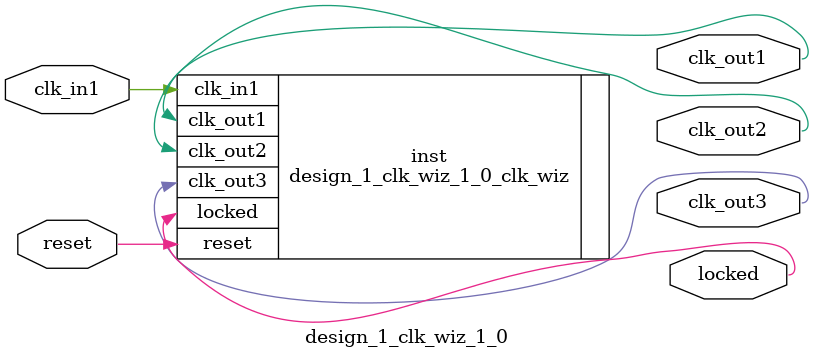
<source format=v>


`timescale 1ps/1ps

(* CORE_GENERATION_INFO = "design_1_clk_wiz_1_0,clk_wiz_v6_0_6_0_0,{component_name=design_1_clk_wiz_1_0,use_phase_alignment=true,use_min_o_jitter=false,use_max_i_jitter=false,use_dyn_phase_shift=false,use_inclk_switchover=false,use_dyn_reconfig=false,enable_axi=0,feedback_source=FDBK_AUTO,PRIMITIVE=MMCM,num_out_clk=3,clkin1_period=8.000,clkin2_period=10.0,use_power_down=false,use_reset=true,use_locked=true,use_inclk_stopped=false,feedback_type=SINGLE,CLOCK_MGR_TYPE=NA,manual_override=false}" *)

module design_1_clk_wiz_1_0 
 (
  // Clock out ports
  output        clk_out1,
  output        clk_out2,
  output        clk_out3,
  // Status and control signals
  input         reset,
  output        locked,
 // Clock in ports
  input         clk_in1
 );

  design_1_clk_wiz_1_0_clk_wiz inst
  (
  // Clock out ports  
  .clk_out1(clk_out1),
  .clk_out2(clk_out2),
  .clk_out3(clk_out3),
  // Status and control signals               
  .reset(reset), 
  .locked(locked),
 // Clock in ports
  .clk_in1(clk_in1)
  );

endmodule

</source>
